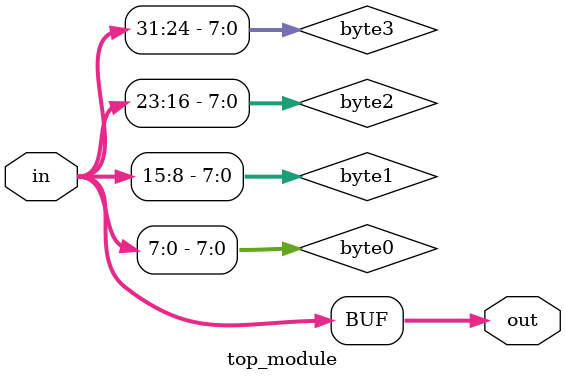
<source format=sv>
module top_module (
	input [31:0] in,
	output [31:0] out
);

	// Declare internal signals
	wire [7:0] byte0;
	wire [7:0] byte1;
	wire [7:0] byte2;
	wire [7:0] byte3;

	// Extract individual bytes from the input
	assign byte0 = in[7:0];
	assign byte1 = in[15:8];
	assign byte2 = in[23:16];
	assign byte3 = in[31:24];

	// Reverse the order of the bytes
	assign out = {byte3, byte2, byte1, byte0};

endmodule

</source>
